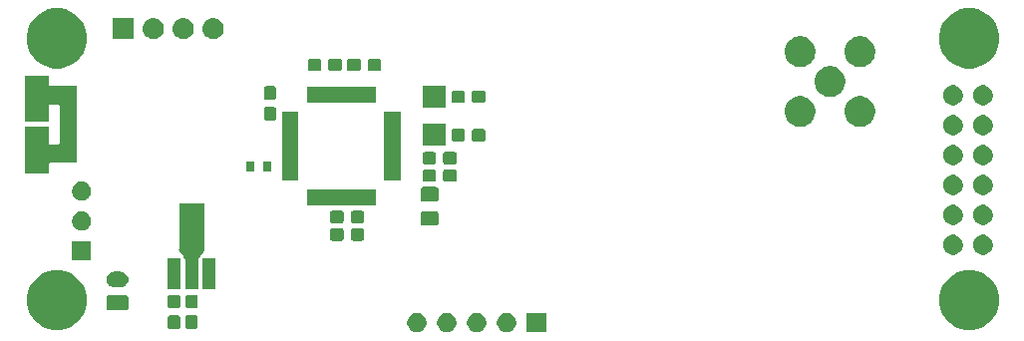
<source format=gbs>
G04 #@! TF.GenerationSoftware,KiCad,Pcbnew,6.0.0-rc1-unknown-ad9916a~66~ubuntu18.04.1*
G04 #@! TF.CreationDate,2018-11-28T19:20:37-03:00*
G04 #@! TF.ProjectId,Femtosat,46656d74-6f73-4617-942e-6b696361645f,rev?*
G04 #@! TF.SameCoordinates,Original*
G04 #@! TF.FileFunction,Soldermask,Bot*
G04 #@! TF.FilePolarity,Negative*
%FSLAX46Y46*%
G04 Gerber Fmt 4.6, Leading zero omitted, Abs format (unit mm)*
G04 Created by KiCad (PCBNEW 6.0.0-rc1-unknown-ad9916a~66~ubuntu18.04.1) date mié 28 nov 2018 19:20:37 -03*
%MOMM*%
%LPD*%
G01*
G04 APERTURE LIST*
%ADD10C,0.100000*%
G04 APERTURE END LIST*
D10*
G36*
X145893000Y-81243000D02*
X144267000Y-81243000D01*
X144267000Y-79617000D01*
X145893000Y-79617000D01*
X145893000Y-81243000D01*
X145893000Y-81243000D01*
G37*
G36*
X142777142Y-79648242D02*
X142925102Y-79709530D01*
X142945788Y-79723352D01*
X143058257Y-79798501D01*
X143171499Y-79911743D01*
X143179025Y-79923007D01*
X143260470Y-80044898D01*
X143321758Y-80192858D01*
X143353000Y-80349925D01*
X143353000Y-80510075D01*
X143321758Y-80667142D01*
X143260470Y-80815102D01*
X143247766Y-80834115D01*
X143171499Y-80948257D01*
X143058257Y-81061499D01*
X142992130Y-81105683D01*
X142925102Y-81150470D01*
X142777142Y-81211758D01*
X142620075Y-81243000D01*
X142459925Y-81243000D01*
X142302858Y-81211758D01*
X142154898Y-81150470D01*
X142087870Y-81105683D01*
X142021743Y-81061499D01*
X141908501Y-80948257D01*
X141832234Y-80834115D01*
X141819530Y-80815102D01*
X141758242Y-80667142D01*
X141727000Y-80510075D01*
X141727000Y-80349925D01*
X141758242Y-80192858D01*
X141819530Y-80044898D01*
X141900975Y-79923007D01*
X141908501Y-79911743D01*
X142021743Y-79798501D01*
X142134212Y-79723352D01*
X142154898Y-79709530D01*
X142302858Y-79648242D01*
X142459925Y-79617000D01*
X142620075Y-79617000D01*
X142777142Y-79648242D01*
X142777142Y-79648242D01*
G37*
G36*
X135157142Y-79648242D02*
X135305102Y-79709530D01*
X135325788Y-79723352D01*
X135438257Y-79798501D01*
X135551499Y-79911743D01*
X135559025Y-79923007D01*
X135640470Y-80044898D01*
X135701758Y-80192858D01*
X135733000Y-80349925D01*
X135733000Y-80510075D01*
X135701758Y-80667142D01*
X135640470Y-80815102D01*
X135627766Y-80834115D01*
X135551499Y-80948257D01*
X135438257Y-81061499D01*
X135372130Y-81105683D01*
X135305102Y-81150470D01*
X135157142Y-81211758D01*
X135000075Y-81243000D01*
X134839925Y-81243000D01*
X134682858Y-81211758D01*
X134534898Y-81150470D01*
X134467870Y-81105683D01*
X134401743Y-81061499D01*
X134288501Y-80948257D01*
X134212234Y-80834115D01*
X134199530Y-80815102D01*
X134138242Y-80667142D01*
X134107000Y-80510075D01*
X134107000Y-80349925D01*
X134138242Y-80192858D01*
X134199530Y-80044898D01*
X134280975Y-79923007D01*
X134288501Y-79911743D01*
X134401743Y-79798501D01*
X134514212Y-79723352D01*
X134534898Y-79709530D01*
X134682858Y-79648242D01*
X134839925Y-79617000D01*
X135000075Y-79617000D01*
X135157142Y-79648242D01*
X135157142Y-79648242D01*
G37*
G36*
X140237142Y-79648242D02*
X140385102Y-79709530D01*
X140405788Y-79723352D01*
X140518257Y-79798501D01*
X140631499Y-79911743D01*
X140639025Y-79923007D01*
X140720470Y-80044898D01*
X140781758Y-80192858D01*
X140813000Y-80349925D01*
X140813000Y-80510075D01*
X140781758Y-80667142D01*
X140720470Y-80815102D01*
X140707766Y-80834115D01*
X140631499Y-80948257D01*
X140518257Y-81061499D01*
X140452130Y-81105683D01*
X140385102Y-81150470D01*
X140237142Y-81211758D01*
X140080075Y-81243000D01*
X139919925Y-81243000D01*
X139762858Y-81211758D01*
X139614898Y-81150470D01*
X139547870Y-81105683D01*
X139481743Y-81061499D01*
X139368501Y-80948257D01*
X139292234Y-80834115D01*
X139279530Y-80815102D01*
X139218242Y-80667142D01*
X139187000Y-80510075D01*
X139187000Y-80349925D01*
X139218242Y-80192858D01*
X139279530Y-80044898D01*
X139360975Y-79923007D01*
X139368501Y-79911743D01*
X139481743Y-79798501D01*
X139594212Y-79723352D01*
X139614898Y-79709530D01*
X139762858Y-79648242D01*
X139919925Y-79617000D01*
X140080075Y-79617000D01*
X140237142Y-79648242D01*
X140237142Y-79648242D01*
G37*
G36*
X137697142Y-79648242D02*
X137845102Y-79709530D01*
X137865788Y-79723352D01*
X137978257Y-79798501D01*
X138091499Y-79911743D01*
X138099025Y-79923007D01*
X138180470Y-80044898D01*
X138241758Y-80192858D01*
X138273000Y-80349925D01*
X138273000Y-80510075D01*
X138241758Y-80667142D01*
X138180470Y-80815102D01*
X138167766Y-80834115D01*
X138091499Y-80948257D01*
X137978257Y-81061499D01*
X137912130Y-81105683D01*
X137845102Y-81150470D01*
X137697142Y-81211758D01*
X137540075Y-81243000D01*
X137379925Y-81243000D01*
X137222858Y-81211758D01*
X137074898Y-81150470D01*
X137007870Y-81105683D01*
X136941743Y-81061499D01*
X136828501Y-80948257D01*
X136752234Y-80834115D01*
X136739530Y-80815102D01*
X136678242Y-80667142D01*
X136647000Y-80510075D01*
X136647000Y-80349925D01*
X136678242Y-80192858D01*
X136739530Y-80044898D01*
X136820975Y-79923007D01*
X136828501Y-79911743D01*
X136941743Y-79798501D01*
X137054212Y-79723352D01*
X137074898Y-79709530D01*
X137222858Y-79648242D01*
X137379925Y-79617000D01*
X137540075Y-79617000D01*
X137697142Y-79648242D01*
X137697142Y-79648242D01*
G37*
G36*
X105104096Y-76062033D02*
X105104098Y-76062034D01*
X105104099Y-76062034D01*
X105568352Y-76254333D01*
X105766264Y-76386574D01*
X105986171Y-76533511D01*
X106341489Y-76888829D01*
X106341491Y-76888832D01*
X106620667Y-77306648D01*
X106812966Y-77770901D01*
X106812967Y-77770904D01*
X106911000Y-78263747D01*
X106911000Y-78766253D01*
X106818048Y-79233553D01*
X106812966Y-79259099D01*
X106620667Y-79723352D01*
X106405815Y-80044900D01*
X106341489Y-80141171D01*
X105986171Y-80496489D01*
X105986168Y-80496491D01*
X105568352Y-80775667D01*
X105104099Y-80967966D01*
X105104098Y-80967966D01*
X105104096Y-80967967D01*
X104611253Y-81066000D01*
X104108747Y-81066000D01*
X103615904Y-80967967D01*
X103615902Y-80967966D01*
X103615901Y-80967966D01*
X103151648Y-80775667D01*
X102733832Y-80496491D01*
X102733829Y-80496489D01*
X102378511Y-80141171D01*
X102314185Y-80044900D01*
X102099333Y-79723352D01*
X101907034Y-79259099D01*
X101901953Y-79233553D01*
X101809000Y-78766253D01*
X101809000Y-78263747D01*
X101907033Y-77770904D01*
X101907034Y-77770901D01*
X102099333Y-77306648D01*
X102378509Y-76888832D01*
X102378511Y-76888829D01*
X102733829Y-76533511D01*
X102953736Y-76386574D01*
X103151648Y-76254333D01*
X103615901Y-76062034D01*
X103615902Y-76062034D01*
X103615904Y-76062033D01*
X104108747Y-75964000D01*
X104611253Y-75964000D01*
X105104096Y-76062033D01*
X105104096Y-76062033D01*
G37*
G36*
X182584096Y-76062033D02*
X182584098Y-76062034D01*
X182584099Y-76062034D01*
X183048352Y-76254333D01*
X183246264Y-76386574D01*
X183466171Y-76533511D01*
X183821489Y-76888829D01*
X183821491Y-76888832D01*
X184100667Y-77306648D01*
X184292966Y-77770901D01*
X184292967Y-77770904D01*
X184391000Y-78263747D01*
X184391000Y-78766253D01*
X184298048Y-79233553D01*
X184292966Y-79259099D01*
X184100667Y-79723352D01*
X183885815Y-80044900D01*
X183821489Y-80141171D01*
X183466171Y-80496489D01*
X183466168Y-80496491D01*
X183048352Y-80775667D01*
X182584099Y-80967966D01*
X182584098Y-80967966D01*
X182584096Y-80967967D01*
X182091253Y-81066000D01*
X181588747Y-81066000D01*
X181095904Y-80967967D01*
X181095902Y-80967966D01*
X181095901Y-80967966D01*
X180631648Y-80775667D01*
X180213832Y-80496491D01*
X180213829Y-80496489D01*
X179858511Y-80141171D01*
X179794185Y-80044900D01*
X179579333Y-79723352D01*
X179387034Y-79259099D01*
X179381953Y-79233553D01*
X179289000Y-78766253D01*
X179289000Y-78263747D01*
X179387033Y-77770904D01*
X179387034Y-77770901D01*
X179579333Y-77306648D01*
X179858509Y-76888832D01*
X179858511Y-76888829D01*
X180213829Y-76533511D01*
X180433736Y-76386574D01*
X180631648Y-76254333D01*
X181095901Y-76062034D01*
X181095902Y-76062034D01*
X181095904Y-76062033D01*
X181588747Y-75964000D01*
X182091253Y-75964000D01*
X182584096Y-76062033D01*
X182584096Y-76062033D01*
G37*
G36*
X114664499Y-79803445D02*
X114701993Y-79814819D01*
X114736557Y-79833294D01*
X114766847Y-79858153D01*
X114791706Y-79888443D01*
X114810181Y-79923007D01*
X114821555Y-79960501D01*
X114826000Y-80005638D01*
X114826000Y-80744362D01*
X114821555Y-80789499D01*
X114810181Y-80826993D01*
X114791706Y-80861557D01*
X114766847Y-80891847D01*
X114736557Y-80916706D01*
X114701993Y-80935181D01*
X114664499Y-80946555D01*
X114619362Y-80951000D01*
X113980638Y-80951000D01*
X113935501Y-80946555D01*
X113898007Y-80935181D01*
X113863443Y-80916706D01*
X113833153Y-80891847D01*
X113808294Y-80861557D01*
X113789819Y-80826993D01*
X113778445Y-80789499D01*
X113774000Y-80744362D01*
X113774000Y-80005638D01*
X113778445Y-79960501D01*
X113789819Y-79923007D01*
X113808294Y-79888443D01*
X113833153Y-79858153D01*
X113863443Y-79833294D01*
X113898007Y-79814819D01*
X113935501Y-79803445D01*
X113980638Y-79799000D01*
X114619362Y-79799000D01*
X114664499Y-79803445D01*
X114664499Y-79803445D01*
G37*
G36*
X116164499Y-79803445D02*
X116201993Y-79814819D01*
X116236557Y-79833294D01*
X116266847Y-79858153D01*
X116291706Y-79888443D01*
X116310181Y-79923007D01*
X116321555Y-79960501D01*
X116326000Y-80005638D01*
X116326000Y-80744362D01*
X116321555Y-80789499D01*
X116310181Y-80826993D01*
X116291706Y-80861557D01*
X116266847Y-80891847D01*
X116236557Y-80916706D01*
X116201993Y-80935181D01*
X116164499Y-80946555D01*
X116119362Y-80951000D01*
X115480638Y-80951000D01*
X115435501Y-80946555D01*
X115398007Y-80935181D01*
X115363443Y-80916706D01*
X115333153Y-80891847D01*
X115308294Y-80861557D01*
X115289819Y-80826993D01*
X115278445Y-80789499D01*
X115274000Y-80744362D01*
X115274000Y-80005638D01*
X115278445Y-79960501D01*
X115289819Y-79923007D01*
X115308294Y-79888443D01*
X115333153Y-79858153D01*
X115363443Y-79833294D01*
X115398007Y-79814819D01*
X115435501Y-79803445D01*
X115480638Y-79799000D01*
X116119362Y-79799000D01*
X116164499Y-79803445D01*
X116164499Y-79803445D01*
G37*
G36*
X110266242Y-78103404D02*
X110303339Y-78114657D01*
X110337520Y-78132927D01*
X110367482Y-78157518D01*
X110392073Y-78187480D01*
X110410343Y-78221661D01*
X110421596Y-78258758D01*
X110426000Y-78303473D01*
X110426000Y-79196527D01*
X110421596Y-79241242D01*
X110410343Y-79278339D01*
X110392073Y-79312520D01*
X110367482Y-79342482D01*
X110337520Y-79367073D01*
X110303339Y-79385343D01*
X110266242Y-79396596D01*
X110221527Y-79401000D01*
X108778473Y-79401000D01*
X108733758Y-79396596D01*
X108696661Y-79385343D01*
X108662480Y-79367073D01*
X108632518Y-79342482D01*
X108607927Y-79312520D01*
X108589657Y-79278339D01*
X108578404Y-79241242D01*
X108574000Y-79196527D01*
X108574000Y-78303473D01*
X108578404Y-78258758D01*
X108589657Y-78221661D01*
X108607927Y-78187480D01*
X108632518Y-78157518D01*
X108662480Y-78132927D01*
X108696661Y-78114657D01*
X108733758Y-78103404D01*
X108778473Y-78099000D01*
X110221527Y-78099000D01*
X110266242Y-78103404D01*
X110266242Y-78103404D01*
G37*
G36*
X114664499Y-78053445D02*
X114701993Y-78064819D01*
X114736557Y-78083294D01*
X114766847Y-78108153D01*
X114791706Y-78138443D01*
X114810181Y-78173007D01*
X114821555Y-78210501D01*
X114826000Y-78255638D01*
X114826000Y-78994362D01*
X114821555Y-79039499D01*
X114810181Y-79076993D01*
X114791706Y-79111557D01*
X114766847Y-79141847D01*
X114736557Y-79166706D01*
X114701993Y-79185181D01*
X114664499Y-79196555D01*
X114619362Y-79201000D01*
X113980638Y-79201000D01*
X113935501Y-79196555D01*
X113898007Y-79185181D01*
X113863443Y-79166706D01*
X113833153Y-79141847D01*
X113808294Y-79111557D01*
X113789819Y-79076993D01*
X113778445Y-79039499D01*
X113774000Y-78994362D01*
X113774000Y-78255638D01*
X113778445Y-78210501D01*
X113789819Y-78173007D01*
X113808294Y-78138443D01*
X113833153Y-78108153D01*
X113863443Y-78083294D01*
X113898007Y-78064819D01*
X113935501Y-78053445D01*
X113980638Y-78049000D01*
X114619362Y-78049000D01*
X114664499Y-78053445D01*
X114664499Y-78053445D01*
G37*
G36*
X116164499Y-78053445D02*
X116201993Y-78064819D01*
X116236557Y-78083294D01*
X116266847Y-78108153D01*
X116291706Y-78138443D01*
X116310181Y-78173007D01*
X116321555Y-78210501D01*
X116326000Y-78255638D01*
X116326000Y-78994362D01*
X116321555Y-79039499D01*
X116310181Y-79076993D01*
X116291706Y-79111557D01*
X116266847Y-79141847D01*
X116236557Y-79166706D01*
X116201993Y-79185181D01*
X116164499Y-79196555D01*
X116119362Y-79201000D01*
X115480638Y-79201000D01*
X115435501Y-79196555D01*
X115398007Y-79185181D01*
X115363443Y-79166706D01*
X115333153Y-79141847D01*
X115308294Y-79111557D01*
X115289819Y-79076993D01*
X115278445Y-79039499D01*
X115274000Y-78994362D01*
X115274000Y-78255638D01*
X115278445Y-78210501D01*
X115289819Y-78173007D01*
X115308294Y-78138443D01*
X115333153Y-78108153D01*
X115363443Y-78083294D01*
X115398007Y-78064819D01*
X115435501Y-78053445D01*
X115480638Y-78049000D01*
X116119362Y-78049000D01*
X116164499Y-78053445D01*
X116164499Y-78053445D01*
G37*
G36*
X114851000Y-77581000D02*
X113749000Y-77581000D01*
X113749000Y-74979000D01*
X114851000Y-74979000D01*
X114851000Y-77581000D01*
X114851000Y-77581000D01*
G37*
G36*
X117851000Y-77581000D02*
X116749000Y-77581000D01*
X116749000Y-74979000D01*
X117851000Y-74979000D01*
X117851000Y-77581000D01*
X117851000Y-77581000D01*
G37*
G36*
X116851000Y-74119000D02*
X116853402Y-74143386D01*
X116860515Y-74166835D01*
X116872066Y-74188446D01*
X116887612Y-74207388D01*
X116906554Y-74222934D01*
X116908608Y-74224032D01*
X116871994Y-74278952D01*
X116860465Y-74300575D01*
X116853376Y-74324031D01*
X116851000Y-74348289D01*
X116851000Y-74374051D01*
X116829691Y-74380515D01*
X116808080Y-74392066D01*
X116789138Y-74407612D01*
X116773520Y-74426662D01*
X116534853Y-74784662D01*
X116528502Y-74796573D01*
X116519994Y-74806951D01*
X116371994Y-75028951D01*
X116360465Y-75050574D01*
X116353376Y-75074031D01*
X116351000Y-75098289D01*
X116351000Y-77581000D01*
X115249000Y-77581000D01*
X115249000Y-75098289D01*
X115246598Y-75073903D01*
X115239485Y-75050454D01*
X115228006Y-75028951D01*
X115080006Y-74806951D01*
X115071502Y-74796567D01*
X115065147Y-74784662D01*
X114826480Y-74426662D01*
X114810955Y-74407704D01*
X114792029Y-74392139D01*
X114770430Y-74380565D01*
X114749000Y-74374040D01*
X114749000Y-74348289D01*
X114746598Y-74323903D01*
X114739485Y-74300454D01*
X114728006Y-74278952D01*
X114691392Y-74224032D01*
X114693446Y-74222934D01*
X114712388Y-74207388D01*
X114727934Y-74188446D01*
X114739485Y-74166835D01*
X114746598Y-74143386D01*
X114749000Y-74119000D01*
X114749000Y-70269000D01*
X116851000Y-70269000D01*
X116851000Y-74119000D01*
X116851000Y-74119000D01*
G37*
G36*
X109838855Y-76102140D02*
X109902618Y-76108420D01*
X109984427Y-76133237D01*
X110025333Y-76145645D01*
X110125491Y-76199181D01*
X110138426Y-76206095D01*
X110237553Y-76287447D01*
X110318905Y-76386574D01*
X110318906Y-76386576D01*
X110379355Y-76499667D01*
X110379355Y-76499668D01*
X110416580Y-76622382D01*
X110429149Y-76750000D01*
X110416580Y-76877618D01*
X110413179Y-76888829D01*
X110379355Y-77000333D01*
X110325819Y-77100491D01*
X110318905Y-77113426D01*
X110237553Y-77212553D01*
X110138426Y-77293905D01*
X110138424Y-77293906D01*
X110025333Y-77354355D01*
X109984427Y-77366763D01*
X109902618Y-77391580D01*
X109838855Y-77397860D01*
X109806974Y-77401000D01*
X109193026Y-77401000D01*
X109161145Y-77397860D01*
X109097382Y-77391580D01*
X109015573Y-77366763D01*
X108974667Y-77354355D01*
X108861576Y-77293906D01*
X108861574Y-77293905D01*
X108762447Y-77212553D01*
X108681095Y-77113426D01*
X108674181Y-77100491D01*
X108620645Y-77000333D01*
X108586821Y-76888829D01*
X108583420Y-76877618D01*
X108570851Y-76750000D01*
X108583420Y-76622382D01*
X108620645Y-76499668D01*
X108620645Y-76499667D01*
X108681094Y-76386576D01*
X108681095Y-76386574D01*
X108762447Y-76287447D01*
X108861574Y-76206095D01*
X108874509Y-76199181D01*
X108974667Y-76145645D01*
X109015573Y-76133237D01*
X109097382Y-76108420D01*
X109161145Y-76102140D01*
X109193026Y-76099000D01*
X109806974Y-76099000D01*
X109838855Y-76102140D01*
X109838855Y-76102140D01*
G37*
G36*
X107263000Y-75153000D02*
X105637000Y-75153000D01*
X105637000Y-73527000D01*
X107263000Y-73527000D01*
X107263000Y-75153000D01*
X107263000Y-75153000D01*
G37*
G36*
X180688228Y-72996703D02*
X180843100Y-73060853D01*
X180982481Y-73153985D01*
X181101015Y-73272519D01*
X181194147Y-73411900D01*
X181258297Y-73566772D01*
X181291000Y-73731184D01*
X181291000Y-73898816D01*
X181258297Y-74063228D01*
X181194147Y-74218100D01*
X181101015Y-74357481D01*
X180982481Y-74476015D01*
X180843100Y-74569147D01*
X180688228Y-74633297D01*
X180523816Y-74666000D01*
X180356184Y-74666000D01*
X180191772Y-74633297D01*
X180036900Y-74569147D01*
X179897519Y-74476015D01*
X179778985Y-74357481D01*
X179685853Y-74218100D01*
X179621703Y-74063228D01*
X179589000Y-73898816D01*
X179589000Y-73731184D01*
X179621703Y-73566772D01*
X179685853Y-73411900D01*
X179778985Y-73272519D01*
X179897519Y-73153985D01*
X180036900Y-73060853D01*
X180191772Y-72996703D01*
X180356184Y-72964000D01*
X180523816Y-72964000D01*
X180688228Y-72996703D01*
X180688228Y-72996703D01*
G37*
G36*
X183228228Y-72996703D02*
X183383100Y-73060853D01*
X183522481Y-73153985D01*
X183641015Y-73272519D01*
X183734147Y-73411900D01*
X183798297Y-73566772D01*
X183831000Y-73731184D01*
X183831000Y-73898816D01*
X183798297Y-74063228D01*
X183734147Y-74218100D01*
X183641015Y-74357481D01*
X183522481Y-74476015D01*
X183383100Y-74569147D01*
X183228228Y-74633297D01*
X183063816Y-74666000D01*
X182896184Y-74666000D01*
X182731772Y-74633297D01*
X182576900Y-74569147D01*
X182437519Y-74476015D01*
X182318985Y-74357481D01*
X182225853Y-74218100D01*
X182161703Y-74063228D01*
X182129000Y-73898816D01*
X182129000Y-73731184D01*
X182161703Y-73566772D01*
X182225853Y-73411900D01*
X182318985Y-73272519D01*
X182437519Y-73153985D01*
X182576900Y-73060853D01*
X182731772Y-72996703D01*
X182896184Y-72964000D01*
X183063816Y-72964000D01*
X183228228Y-72996703D01*
X183228228Y-72996703D01*
G37*
G36*
X128539499Y-72428445D02*
X128576993Y-72439819D01*
X128611557Y-72458294D01*
X128641847Y-72483153D01*
X128666706Y-72513443D01*
X128685181Y-72548007D01*
X128696555Y-72585501D01*
X128701000Y-72630638D01*
X128701000Y-73269362D01*
X128696555Y-73314499D01*
X128685181Y-73351993D01*
X128666706Y-73386557D01*
X128641847Y-73416847D01*
X128611557Y-73441706D01*
X128576993Y-73460181D01*
X128539499Y-73471555D01*
X128494362Y-73476000D01*
X127755638Y-73476000D01*
X127710501Y-73471555D01*
X127673007Y-73460181D01*
X127638443Y-73441706D01*
X127608153Y-73416847D01*
X127583294Y-73386557D01*
X127564819Y-73351993D01*
X127553445Y-73314499D01*
X127549000Y-73269362D01*
X127549000Y-72630638D01*
X127553445Y-72585501D01*
X127564819Y-72548007D01*
X127583294Y-72513443D01*
X127608153Y-72483153D01*
X127638443Y-72458294D01*
X127673007Y-72439819D01*
X127710501Y-72428445D01*
X127755638Y-72424000D01*
X128494362Y-72424000D01*
X128539499Y-72428445D01*
X128539499Y-72428445D01*
G37*
G36*
X130289499Y-72428445D02*
X130326993Y-72439819D01*
X130361557Y-72458294D01*
X130391847Y-72483153D01*
X130416706Y-72513443D01*
X130435181Y-72548007D01*
X130446555Y-72585501D01*
X130451000Y-72630638D01*
X130451000Y-73269362D01*
X130446555Y-73314499D01*
X130435181Y-73351993D01*
X130416706Y-73386557D01*
X130391847Y-73416847D01*
X130361557Y-73441706D01*
X130326993Y-73460181D01*
X130289499Y-73471555D01*
X130244362Y-73476000D01*
X129505638Y-73476000D01*
X129460501Y-73471555D01*
X129423007Y-73460181D01*
X129388443Y-73441706D01*
X129358153Y-73416847D01*
X129333294Y-73386557D01*
X129314819Y-73351993D01*
X129303445Y-73314499D01*
X129299000Y-73269362D01*
X129299000Y-72630638D01*
X129303445Y-72585501D01*
X129314819Y-72548007D01*
X129333294Y-72513443D01*
X129358153Y-72483153D01*
X129388443Y-72458294D01*
X129423007Y-72439819D01*
X129460501Y-72428445D01*
X129505638Y-72424000D01*
X130244362Y-72424000D01*
X130289499Y-72428445D01*
X130289499Y-72428445D01*
G37*
G36*
X106687142Y-71018242D02*
X106835102Y-71079530D01*
X106968258Y-71168502D01*
X107081498Y-71281742D01*
X107170470Y-71414898D01*
X107231758Y-71562858D01*
X107263000Y-71719925D01*
X107263000Y-71880075D01*
X107231758Y-72037142D01*
X107170470Y-72185102D01*
X107159847Y-72201000D01*
X107081499Y-72318257D01*
X106968257Y-72431499D01*
X106902130Y-72475683D01*
X106835102Y-72520470D01*
X106687142Y-72581758D01*
X106530075Y-72613000D01*
X106369925Y-72613000D01*
X106212858Y-72581758D01*
X106064898Y-72520470D01*
X105997870Y-72475683D01*
X105931743Y-72431499D01*
X105818501Y-72318257D01*
X105740153Y-72201000D01*
X105729530Y-72185102D01*
X105668242Y-72037142D01*
X105637000Y-71880075D01*
X105637000Y-71719925D01*
X105668242Y-71562858D01*
X105729530Y-71414898D01*
X105818502Y-71281742D01*
X105931742Y-71168502D01*
X106064898Y-71079530D01*
X106212858Y-71018242D01*
X106369925Y-70987000D01*
X106530075Y-70987000D01*
X106687142Y-71018242D01*
X106687142Y-71018242D01*
G37*
G36*
X136588677Y-70953465D02*
X136626364Y-70964898D01*
X136661103Y-70983466D01*
X136691548Y-71008452D01*
X136716534Y-71038897D01*
X136735102Y-71073636D01*
X136746535Y-71111323D01*
X136751000Y-71156661D01*
X136751000Y-71993339D01*
X136746535Y-72038677D01*
X136735102Y-72076364D01*
X136716534Y-72111103D01*
X136691548Y-72141548D01*
X136661103Y-72166534D01*
X136626364Y-72185102D01*
X136588677Y-72196535D01*
X136543339Y-72201000D01*
X135456661Y-72201000D01*
X135411323Y-72196535D01*
X135373636Y-72185102D01*
X135338897Y-72166534D01*
X135308452Y-72141548D01*
X135283466Y-72111103D01*
X135264898Y-72076364D01*
X135253465Y-72038677D01*
X135249000Y-71993339D01*
X135249000Y-71156661D01*
X135253465Y-71111323D01*
X135264898Y-71073636D01*
X135283466Y-71038897D01*
X135308452Y-71008452D01*
X135338897Y-70983466D01*
X135373636Y-70964898D01*
X135411323Y-70953465D01*
X135456661Y-70949000D01*
X136543339Y-70949000D01*
X136588677Y-70953465D01*
X136588677Y-70953465D01*
G37*
G36*
X183228228Y-70456703D02*
X183383100Y-70520853D01*
X183522481Y-70613985D01*
X183641015Y-70732519D01*
X183734147Y-70871900D01*
X183798297Y-71026772D01*
X183831000Y-71191184D01*
X183831000Y-71358816D01*
X183798297Y-71523228D01*
X183734147Y-71678100D01*
X183641015Y-71817481D01*
X183522481Y-71936015D01*
X183383100Y-72029147D01*
X183228228Y-72093297D01*
X183063816Y-72126000D01*
X182896184Y-72126000D01*
X182731772Y-72093297D01*
X182576900Y-72029147D01*
X182437519Y-71936015D01*
X182318985Y-71817481D01*
X182225853Y-71678100D01*
X182161703Y-71523228D01*
X182129000Y-71358816D01*
X182129000Y-71191184D01*
X182161703Y-71026772D01*
X182225853Y-70871900D01*
X182318985Y-70732519D01*
X182437519Y-70613985D01*
X182576900Y-70520853D01*
X182731772Y-70456703D01*
X182896184Y-70424000D01*
X183063816Y-70424000D01*
X183228228Y-70456703D01*
X183228228Y-70456703D01*
G37*
G36*
X180688228Y-70456703D02*
X180843100Y-70520853D01*
X180982481Y-70613985D01*
X181101015Y-70732519D01*
X181194147Y-70871900D01*
X181258297Y-71026772D01*
X181291000Y-71191184D01*
X181291000Y-71358816D01*
X181258297Y-71523228D01*
X181194147Y-71678100D01*
X181101015Y-71817481D01*
X180982481Y-71936015D01*
X180843100Y-72029147D01*
X180688228Y-72093297D01*
X180523816Y-72126000D01*
X180356184Y-72126000D01*
X180191772Y-72093297D01*
X180036900Y-72029147D01*
X179897519Y-71936015D01*
X179778985Y-71817481D01*
X179685853Y-71678100D01*
X179621703Y-71523228D01*
X179589000Y-71358816D01*
X179589000Y-71191184D01*
X179621703Y-71026772D01*
X179685853Y-70871900D01*
X179778985Y-70732519D01*
X179897519Y-70613985D01*
X180036900Y-70520853D01*
X180191772Y-70456703D01*
X180356184Y-70424000D01*
X180523816Y-70424000D01*
X180688228Y-70456703D01*
X180688228Y-70456703D01*
G37*
G36*
X128539499Y-70928445D02*
X128576993Y-70939819D01*
X128611557Y-70958294D01*
X128641847Y-70983153D01*
X128666706Y-71013443D01*
X128685181Y-71048007D01*
X128696555Y-71085501D01*
X128701000Y-71130638D01*
X128701000Y-71769362D01*
X128696555Y-71814499D01*
X128685181Y-71851993D01*
X128666706Y-71886557D01*
X128641847Y-71916847D01*
X128611557Y-71941706D01*
X128576993Y-71960181D01*
X128539499Y-71971555D01*
X128494362Y-71976000D01*
X127755638Y-71976000D01*
X127710501Y-71971555D01*
X127673007Y-71960181D01*
X127638443Y-71941706D01*
X127608153Y-71916847D01*
X127583294Y-71886557D01*
X127564819Y-71851993D01*
X127553445Y-71814499D01*
X127549000Y-71769362D01*
X127549000Y-71130638D01*
X127553445Y-71085501D01*
X127564819Y-71048007D01*
X127583294Y-71013443D01*
X127608153Y-70983153D01*
X127638443Y-70958294D01*
X127673007Y-70939819D01*
X127710501Y-70928445D01*
X127755638Y-70924000D01*
X128494362Y-70924000D01*
X128539499Y-70928445D01*
X128539499Y-70928445D01*
G37*
G36*
X130289499Y-70928445D02*
X130326993Y-70939819D01*
X130361557Y-70958294D01*
X130391847Y-70983153D01*
X130416706Y-71013443D01*
X130435181Y-71048007D01*
X130446555Y-71085501D01*
X130451000Y-71130638D01*
X130451000Y-71769362D01*
X130446555Y-71814499D01*
X130435181Y-71851993D01*
X130416706Y-71886557D01*
X130391847Y-71916847D01*
X130361557Y-71941706D01*
X130326993Y-71960181D01*
X130289499Y-71971555D01*
X130244362Y-71976000D01*
X129505638Y-71976000D01*
X129460501Y-71971555D01*
X129423007Y-71960181D01*
X129388443Y-71941706D01*
X129358153Y-71916847D01*
X129333294Y-71886557D01*
X129314819Y-71851993D01*
X129303445Y-71814499D01*
X129299000Y-71769362D01*
X129299000Y-71130638D01*
X129303445Y-71085501D01*
X129314819Y-71048007D01*
X129333294Y-71013443D01*
X129358153Y-70983153D01*
X129388443Y-70958294D01*
X129423007Y-70939819D01*
X129460501Y-70928445D01*
X129505638Y-70924000D01*
X130244362Y-70924000D01*
X130289499Y-70928445D01*
X130289499Y-70928445D01*
G37*
G36*
X131426000Y-70476000D02*
X125574000Y-70476000D01*
X125574000Y-69074000D01*
X131426000Y-69074000D01*
X131426000Y-70476000D01*
X131426000Y-70476000D01*
G37*
G36*
X136588677Y-68903465D02*
X136626364Y-68914898D01*
X136661103Y-68933466D01*
X136691548Y-68958452D01*
X136716534Y-68988897D01*
X136735102Y-69023636D01*
X136746535Y-69061323D01*
X136751000Y-69106661D01*
X136751000Y-69943339D01*
X136746535Y-69988677D01*
X136735102Y-70026364D01*
X136716534Y-70061103D01*
X136691548Y-70091548D01*
X136661103Y-70116534D01*
X136626364Y-70135102D01*
X136588677Y-70146535D01*
X136543339Y-70151000D01*
X135456661Y-70151000D01*
X135411323Y-70146535D01*
X135373636Y-70135102D01*
X135338897Y-70116534D01*
X135308452Y-70091548D01*
X135283466Y-70061103D01*
X135264898Y-70026364D01*
X135253465Y-69988677D01*
X135249000Y-69943339D01*
X135249000Y-69106661D01*
X135253465Y-69061323D01*
X135264898Y-69023636D01*
X135283466Y-68988897D01*
X135308452Y-68958452D01*
X135338897Y-68933466D01*
X135373636Y-68914898D01*
X135411323Y-68903465D01*
X135456661Y-68899000D01*
X136543339Y-68899000D01*
X136588677Y-68903465D01*
X136588677Y-68903465D01*
G37*
G36*
X106687142Y-68478242D02*
X106835102Y-68539530D01*
X106968258Y-68628502D01*
X107081498Y-68741742D01*
X107170470Y-68874898D01*
X107231758Y-69022858D01*
X107263000Y-69179925D01*
X107263000Y-69340075D01*
X107231758Y-69497142D01*
X107170470Y-69645102D01*
X107081498Y-69778258D01*
X106968258Y-69891498D01*
X106835102Y-69980470D01*
X106835101Y-69980471D01*
X106835100Y-69980471D01*
X106815289Y-69988677D01*
X106687142Y-70041758D01*
X106530075Y-70073000D01*
X106369925Y-70073000D01*
X106212858Y-70041758D01*
X106084711Y-69988677D01*
X106064900Y-69980471D01*
X106064899Y-69980471D01*
X106064898Y-69980470D01*
X105931742Y-69891498D01*
X105818502Y-69778258D01*
X105729530Y-69645102D01*
X105668242Y-69497142D01*
X105637000Y-69340075D01*
X105637000Y-69179925D01*
X105668242Y-69022858D01*
X105729530Y-68874898D01*
X105818502Y-68741742D01*
X105931742Y-68628502D01*
X106064898Y-68539530D01*
X106212858Y-68478242D01*
X106369925Y-68447000D01*
X106530075Y-68447000D01*
X106687142Y-68478242D01*
X106687142Y-68478242D01*
G37*
G36*
X180688228Y-67916703D02*
X180843100Y-67980853D01*
X180982481Y-68073985D01*
X181101015Y-68192519D01*
X181194147Y-68331900D01*
X181258297Y-68486772D01*
X181291000Y-68651184D01*
X181291000Y-68818816D01*
X181258297Y-68983228D01*
X181194147Y-69138100D01*
X181101015Y-69277481D01*
X180982481Y-69396015D01*
X180843100Y-69489147D01*
X180688228Y-69553297D01*
X180523816Y-69586000D01*
X180356184Y-69586000D01*
X180191772Y-69553297D01*
X180036900Y-69489147D01*
X179897519Y-69396015D01*
X179778985Y-69277481D01*
X179685853Y-69138100D01*
X179621703Y-68983228D01*
X179589000Y-68818816D01*
X179589000Y-68651184D01*
X179621703Y-68486772D01*
X179685853Y-68331900D01*
X179778985Y-68192519D01*
X179897519Y-68073985D01*
X180036900Y-67980853D01*
X180191772Y-67916703D01*
X180356184Y-67884000D01*
X180523816Y-67884000D01*
X180688228Y-67916703D01*
X180688228Y-67916703D01*
G37*
G36*
X183228228Y-67916703D02*
X183383100Y-67980853D01*
X183522481Y-68073985D01*
X183641015Y-68192519D01*
X183734147Y-68331900D01*
X183798297Y-68486772D01*
X183831000Y-68651184D01*
X183831000Y-68818816D01*
X183798297Y-68983228D01*
X183734147Y-69138100D01*
X183641015Y-69277481D01*
X183522481Y-69396015D01*
X183383100Y-69489147D01*
X183228228Y-69553297D01*
X183063816Y-69586000D01*
X182896184Y-69586000D01*
X182731772Y-69553297D01*
X182576900Y-69489147D01*
X182437519Y-69396015D01*
X182318985Y-69277481D01*
X182225853Y-69138100D01*
X182161703Y-68983228D01*
X182129000Y-68818816D01*
X182129000Y-68651184D01*
X182161703Y-68486772D01*
X182225853Y-68331900D01*
X182318985Y-68192519D01*
X182437519Y-68073985D01*
X182576900Y-67980853D01*
X182731772Y-67916703D01*
X182896184Y-67884000D01*
X183063816Y-67884000D01*
X183228228Y-67916703D01*
X183228228Y-67916703D01*
G37*
G36*
X138139499Y-67428445D02*
X138176993Y-67439819D01*
X138211557Y-67458294D01*
X138241847Y-67483153D01*
X138266706Y-67513443D01*
X138285181Y-67548007D01*
X138296555Y-67585501D01*
X138301000Y-67630638D01*
X138301000Y-68269362D01*
X138296555Y-68314499D01*
X138285181Y-68351993D01*
X138266706Y-68386557D01*
X138241847Y-68416847D01*
X138211557Y-68441706D01*
X138176993Y-68460181D01*
X138139499Y-68471555D01*
X138094362Y-68476000D01*
X137355638Y-68476000D01*
X137310501Y-68471555D01*
X137273007Y-68460181D01*
X137238443Y-68441706D01*
X137208153Y-68416847D01*
X137183294Y-68386557D01*
X137164819Y-68351993D01*
X137153445Y-68314499D01*
X137149000Y-68269362D01*
X137149000Y-67630638D01*
X137153445Y-67585501D01*
X137164819Y-67548007D01*
X137183294Y-67513443D01*
X137208153Y-67483153D01*
X137238443Y-67458294D01*
X137273007Y-67439819D01*
X137310501Y-67428445D01*
X137355638Y-67424000D01*
X138094362Y-67424000D01*
X138139499Y-67428445D01*
X138139499Y-67428445D01*
G37*
G36*
X136389499Y-67428445D02*
X136426993Y-67439819D01*
X136461557Y-67458294D01*
X136491847Y-67483153D01*
X136516706Y-67513443D01*
X136535181Y-67548007D01*
X136546555Y-67585501D01*
X136551000Y-67630638D01*
X136551000Y-68269362D01*
X136546555Y-68314499D01*
X136535181Y-68351993D01*
X136516706Y-68386557D01*
X136491847Y-68416847D01*
X136461557Y-68441706D01*
X136426993Y-68460181D01*
X136389499Y-68471555D01*
X136344362Y-68476000D01*
X135605638Y-68476000D01*
X135560501Y-68471555D01*
X135523007Y-68460181D01*
X135488443Y-68441706D01*
X135458153Y-68416847D01*
X135433294Y-68386557D01*
X135414819Y-68351993D01*
X135403445Y-68314499D01*
X135399000Y-68269362D01*
X135399000Y-67630638D01*
X135403445Y-67585501D01*
X135414819Y-67548007D01*
X135433294Y-67513443D01*
X135458153Y-67483153D01*
X135488443Y-67458294D01*
X135523007Y-67439819D01*
X135560501Y-67428445D01*
X135605638Y-67424000D01*
X136344362Y-67424000D01*
X136389499Y-67428445D01*
X136389499Y-67428445D01*
G37*
G36*
X124851000Y-68351000D02*
X123449000Y-68351000D01*
X123449000Y-62499000D01*
X124851000Y-62499000D01*
X124851000Y-68351000D01*
X124851000Y-68351000D01*
G37*
G36*
X133551000Y-68351000D02*
X132149000Y-68351000D01*
X132149000Y-62499000D01*
X133551000Y-62499000D01*
X133551000Y-68351000D01*
X133551000Y-68351000D01*
G37*
G36*
X103651000Y-60224000D02*
X103653402Y-60248386D01*
X103660515Y-60271835D01*
X103672066Y-60293446D01*
X103687612Y-60312388D01*
X103706554Y-60327934D01*
X103728165Y-60339485D01*
X103751614Y-60346598D01*
X103776000Y-60349000D01*
X106051000Y-60349000D01*
X106051000Y-66851000D01*
X103776000Y-66851000D01*
X103751614Y-66853402D01*
X103728165Y-66860515D01*
X103706554Y-66872066D01*
X103687612Y-66887612D01*
X103672066Y-66906554D01*
X103660515Y-66928165D01*
X103653402Y-66951614D01*
X103651000Y-66976000D01*
X103651000Y-67748500D01*
X101649000Y-67748500D01*
X101649000Y-63801500D01*
X103651000Y-63801500D01*
X103651000Y-65149000D01*
X103653402Y-65173386D01*
X103660515Y-65196835D01*
X103672066Y-65218446D01*
X103687612Y-65237388D01*
X103706554Y-65252934D01*
X103728165Y-65264485D01*
X103751614Y-65271598D01*
X103776000Y-65274000D01*
X104444000Y-65274000D01*
X104468386Y-65271598D01*
X104491835Y-65264485D01*
X104513446Y-65252934D01*
X104532388Y-65237388D01*
X104547934Y-65218446D01*
X104559485Y-65196835D01*
X104566598Y-65173386D01*
X104569000Y-65149000D01*
X104569000Y-62051000D01*
X104566598Y-62026614D01*
X104559485Y-62003165D01*
X104547934Y-61981554D01*
X104532388Y-61962612D01*
X104513446Y-61947066D01*
X104491835Y-61935515D01*
X104468386Y-61928402D01*
X104444000Y-61926000D01*
X103776000Y-61926000D01*
X103751614Y-61928402D01*
X103728165Y-61935515D01*
X103706554Y-61947066D01*
X103687612Y-61962612D01*
X103672066Y-61981554D01*
X103660515Y-62003165D01*
X103653402Y-62026614D01*
X103651000Y-62051000D01*
X103651000Y-63398500D01*
X101649000Y-63398500D01*
X101649000Y-59451500D01*
X103651000Y-59451500D01*
X103651000Y-60224000D01*
X103651000Y-60224000D01*
G37*
G36*
X122551000Y-67576000D02*
X121849000Y-67576000D01*
X121849000Y-66774000D01*
X122551000Y-66774000D01*
X122551000Y-67576000D01*
X122551000Y-67576000D01*
G37*
G36*
X121151000Y-67576000D02*
X120449000Y-67576000D01*
X120449000Y-66774000D01*
X121151000Y-66774000D01*
X121151000Y-67576000D01*
X121151000Y-67576000D01*
G37*
G36*
X180688228Y-65376703D02*
X180843100Y-65440853D01*
X180982481Y-65533985D01*
X181101015Y-65652519D01*
X181194147Y-65791900D01*
X181258297Y-65946772D01*
X181291000Y-66111184D01*
X181291000Y-66278816D01*
X181258297Y-66443228D01*
X181194147Y-66598100D01*
X181101015Y-66737481D01*
X180982481Y-66856015D01*
X180843100Y-66949147D01*
X180688228Y-67013297D01*
X180523816Y-67046000D01*
X180356184Y-67046000D01*
X180191772Y-67013297D01*
X180036900Y-66949147D01*
X179897519Y-66856015D01*
X179778985Y-66737481D01*
X179685853Y-66598100D01*
X179621703Y-66443228D01*
X179589000Y-66278816D01*
X179589000Y-66111184D01*
X179621703Y-65946772D01*
X179685853Y-65791900D01*
X179778985Y-65652519D01*
X179897519Y-65533985D01*
X180036900Y-65440853D01*
X180191772Y-65376703D01*
X180356184Y-65344000D01*
X180523816Y-65344000D01*
X180688228Y-65376703D01*
X180688228Y-65376703D01*
G37*
G36*
X183228228Y-65376703D02*
X183383100Y-65440853D01*
X183522481Y-65533985D01*
X183641015Y-65652519D01*
X183734147Y-65791900D01*
X183798297Y-65946772D01*
X183831000Y-66111184D01*
X183831000Y-66278816D01*
X183798297Y-66443228D01*
X183734147Y-66598100D01*
X183641015Y-66737481D01*
X183522481Y-66856015D01*
X183383100Y-66949147D01*
X183228228Y-67013297D01*
X183063816Y-67046000D01*
X182896184Y-67046000D01*
X182731772Y-67013297D01*
X182576900Y-66949147D01*
X182437519Y-66856015D01*
X182318985Y-66737481D01*
X182225853Y-66598100D01*
X182161703Y-66443228D01*
X182129000Y-66278816D01*
X182129000Y-66111184D01*
X182161703Y-65946772D01*
X182225853Y-65791900D01*
X182318985Y-65652519D01*
X182437519Y-65533985D01*
X182576900Y-65440853D01*
X182731772Y-65376703D01*
X182896184Y-65344000D01*
X183063816Y-65344000D01*
X183228228Y-65376703D01*
X183228228Y-65376703D01*
G37*
G36*
X136389499Y-65928445D02*
X136426993Y-65939819D01*
X136461557Y-65958294D01*
X136491847Y-65983153D01*
X136516706Y-66013443D01*
X136535181Y-66048007D01*
X136546555Y-66085501D01*
X136551000Y-66130638D01*
X136551000Y-66769362D01*
X136546555Y-66814499D01*
X136535181Y-66851993D01*
X136516706Y-66886557D01*
X136491847Y-66916847D01*
X136461557Y-66941706D01*
X136426993Y-66960181D01*
X136389499Y-66971555D01*
X136344362Y-66976000D01*
X135605638Y-66976000D01*
X135560501Y-66971555D01*
X135523007Y-66960181D01*
X135488443Y-66941706D01*
X135458153Y-66916847D01*
X135433294Y-66886557D01*
X135414819Y-66851993D01*
X135403445Y-66814499D01*
X135399000Y-66769362D01*
X135399000Y-66130638D01*
X135403445Y-66085501D01*
X135414819Y-66048007D01*
X135433294Y-66013443D01*
X135458153Y-65983153D01*
X135488443Y-65958294D01*
X135523007Y-65939819D01*
X135560501Y-65928445D01*
X135605638Y-65924000D01*
X136344362Y-65924000D01*
X136389499Y-65928445D01*
X136389499Y-65928445D01*
G37*
G36*
X138139499Y-65928445D02*
X138176993Y-65939819D01*
X138211557Y-65958294D01*
X138241847Y-65983153D01*
X138266706Y-66013443D01*
X138285181Y-66048007D01*
X138296555Y-66085501D01*
X138301000Y-66130638D01*
X138301000Y-66769362D01*
X138296555Y-66814499D01*
X138285181Y-66851993D01*
X138266706Y-66886557D01*
X138241847Y-66916847D01*
X138211557Y-66941706D01*
X138176993Y-66960181D01*
X138139499Y-66971555D01*
X138094362Y-66976000D01*
X137355638Y-66976000D01*
X137310501Y-66971555D01*
X137273007Y-66960181D01*
X137238443Y-66941706D01*
X137208153Y-66916847D01*
X137183294Y-66886557D01*
X137164819Y-66851993D01*
X137153445Y-66814499D01*
X137149000Y-66769362D01*
X137149000Y-66130638D01*
X137153445Y-66085501D01*
X137164819Y-66048007D01*
X137183294Y-66013443D01*
X137208153Y-65983153D01*
X137238443Y-65958294D01*
X137273007Y-65939819D01*
X137310501Y-65928445D01*
X137355638Y-65924000D01*
X138094362Y-65924000D01*
X138139499Y-65928445D01*
X138139499Y-65928445D01*
G37*
G36*
X137351000Y-65401000D02*
X135449000Y-65401000D01*
X135449000Y-63549000D01*
X137351000Y-63549000D01*
X137351000Y-65401000D01*
X137351000Y-65401000D01*
G37*
G36*
X140589499Y-63978445D02*
X140626993Y-63989819D01*
X140661557Y-64008294D01*
X140691847Y-64033153D01*
X140716706Y-64063443D01*
X140735181Y-64098007D01*
X140746555Y-64135501D01*
X140751000Y-64180638D01*
X140751000Y-64819362D01*
X140746555Y-64864499D01*
X140735181Y-64901993D01*
X140716706Y-64936557D01*
X140691847Y-64966847D01*
X140661557Y-64991706D01*
X140626993Y-65010181D01*
X140589499Y-65021555D01*
X140544362Y-65026000D01*
X139805638Y-65026000D01*
X139760501Y-65021555D01*
X139723007Y-65010181D01*
X139688443Y-64991706D01*
X139658153Y-64966847D01*
X139633294Y-64936557D01*
X139614819Y-64901993D01*
X139603445Y-64864499D01*
X139599000Y-64819362D01*
X139599000Y-64180638D01*
X139603445Y-64135501D01*
X139614819Y-64098007D01*
X139633294Y-64063443D01*
X139658153Y-64033153D01*
X139688443Y-64008294D01*
X139723007Y-63989819D01*
X139760501Y-63978445D01*
X139805638Y-63974000D01*
X140544362Y-63974000D01*
X140589499Y-63978445D01*
X140589499Y-63978445D01*
G37*
G36*
X138839499Y-63978445D02*
X138876993Y-63989819D01*
X138911557Y-64008294D01*
X138941847Y-64033153D01*
X138966706Y-64063443D01*
X138985181Y-64098007D01*
X138996555Y-64135501D01*
X139001000Y-64180638D01*
X139001000Y-64819362D01*
X138996555Y-64864499D01*
X138985181Y-64901993D01*
X138966706Y-64936557D01*
X138941847Y-64966847D01*
X138911557Y-64991706D01*
X138876993Y-65010181D01*
X138839499Y-65021555D01*
X138794362Y-65026000D01*
X138055638Y-65026000D01*
X138010501Y-65021555D01*
X137973007Y-65010181D01*
X137938443Y-64991706D01*
X137908153Y-64966847D01*
X137883294Y-64936557D01*
X137864819Y-64901993D01*
X137853445Y-64864499D01*
X137849000Y-64819362D01*
X137849000Y-64180638D01*
X137853445Y-64135501D01*
X137864819Y-64098007D01*
X137883294Y-64063443D01*
X137908153Y-64033153D01*
X137938443Y-64008294D01*
X137973007Y-63989819D01*
X138010501Y-63978445D01*
X138055638Y-63974000D01*
X138794362Y-63974000D01*
X138839499Y-63978445D01*
X138839499Y-63978445D01*
G37*
G36*
X183228228Y-62836703D02*
X183383100Y-62900853D01*
X183522481Y-62993985D01*
X183641015Y-63112519D01*
X183734147Y-63251900D01*
X183798297Y-63406772D01*
X183831000Y-63571184D01*
X183831000Y-63738816D01*
X183798297Y-63903228D01*
X183734147Y-64058100D01*
X183641015Y-64197481D01*
X183522481Y-64316015D01*
X183383100Y-64409147D01*
X183228228Y-64473297D01*
X183063816Y-64506000D01*
X182896184Y-64506000D01*
X182731772Y-64473297D01*
X182576900Y-64409147D01*
X182437519Y-64316015D01*
X182318985Y-64197481D01*
X182225853Y-64058100D01*
X182161703Y-63903228D01*
X182129000Y-63738816D01*
X182129000Y-63571184D01*
X182161703Y-63406772D01*
X182225853Y-63251900D01*
X182318985Y-63112519D01*
X182437519Y-62993985D01*
X182576900Y-62900853D01*
X182731772Y-62836703D01*
X182896184Y-62804000D01*
X183063816Y-62804000D01*
X183228228Y-62836703D01*
X183228228Y-62836703D01*
G37*
G36*
X180688228Y-62836703D02*
X180843100Y-62900853D01*
X180982481Y-62993985D01*
X181101015Y-63112519D01*
X181194147Y-63251900D01*
X181258297Y-63406772D01*
X181291000Y-63571184D01*
X181291000Y-63738816D01*
X181258297Y-63903228D01*
X181194147Y-64058100D01*
X181101015Y-64197481D01*
X180982481Y-64316015D01*
X180843100Y-64409147D01*
X180688228Y-64473297D01*
X180523816Y-64506000D01*
X180356184Y-64506000D01*
X180191772Y-64473297D01*
X180036900Y-64409147D01*
X179897519Y-64316015D01*
X179778985Y-64197481D01*
X179685853Y-64058100D01*
X179621703Y-63903228D01*
X179589000Y-63738816D01*
X179589000Y-63571184D01*
X179621703Y-63406772D01*
X179685853Y-63251900D01*
X179778985Y-63112519D01*
X179897519Y-62993985D01*
X180036900Y-62900853D01*
X180191772Y-62836703D01*
X180356184Y-62804000D01*
X180523816Y-62804000D01*
X180688228Y-62836703D01*
X180688228Y-62836703D01*
G37*
G36*
X167839485Y-61238996D02*
X167839487Y-61238997D01*
X167839488Y-61238997D01*
X167960952Y-61289309D01*
X168076255Y-61337069D01*
X168289342Y-61479449D01*
X168470551Y-61660658D01*
X168470553Y-61660661D01*
X168612931Y-61873745D01*
X168708328Y-62104053D01*
X168711004Y-62110515D01*
X168761000Y-62361861D01*
X168761000Y-62618139D01*
X168711004Y-62869485D01*
X168612931Y-63106255D01*
X168470551Y-63319342D01*
X168289342Y-63500551D01*
X168289339Y-63500553D01*
X168076255Y-63642931D01*
X167839488Y-63741003D01*
X167839487Y-63741003D01*
X167839485Y-63741004D01*
X167588139Y-63791000D01*
X167331861Y-63791000D01*
X167080515Y-63741004D01*
X167080513Y-63741003D01*
X167080512Y-63741003D01*
X166843745Y-63642931D01*
X166630661Y-63500553D01*
X166630658Y-63500551D01*
X166449449Y-63319342D01*
X166307069Y-63106255D01*
X166208996Y-62869485D01*
X166159000Y-62618139D01*
X166159000Y-62361861D01*
X166208996Y-62110515D01*
X166211673Y-62104053D01*
X166307069Y-61873745D01*
X166449447Y-61660661D01*
X166449449Y-61660658D01*
X166630658Y-61479449D01*
X166843745Y-61337069D01*
X166959048Y-61289309D01*
X167080512Y-61238997D01*
X167080513Y-61238997D01*
X167080515Y-61238996D01*
X167331861Y-61189000D01*
X167588139Y-61189000D01*
X167839485Y-61238996D01*
X167839485Y-61238996D01*
G37*
G36*
X172919485Y-61238996D02*
X172919487Y-61238997D01*
X172919488Y-61238997D01*
X173040952Y-61289309D01*
X173156255Y-61337069D01*
X173369342Y-61479449D01*
X173550551Y-61660658D01*
X173550553Y-61660661D01*
X173692931Y-61873745D01*
X173788328Y-62104053D01*
X173791004Y-62110515D01*
X173841000Y-62361861D01*
X173841000Y-62618139D01*
X173791004Y-62869485D01*
X173692931Y-63106255D01*
X173550551Y-63319342D01*
X173369342Y-63500551D01*
X173369339Y-63500553D01*
X173156255Y-63642931D01*
X172919488Y-63741003D01*
X172919487Y-63741003D01*
X172919485Y-63741004D01*
X172668139Y-63791000D01*
X172411861Y-63791000D01*
X172160515Y-63741004D01*
X172160513Y-63741003D01*
X172160512Y-63741003D01*
X171923745Y-63642931D01*
X171710661Y-63500553D01*
X171710658Y-63500551D01*
X171529449Y-63319342D01*
X171387069Y-63106255D01*
X171288996Y-62869485D01*
X171239000Y-62618139D01*
X171239000Y-62361861D01*
X171288996Y-62110515D01*
X171291673Y-62104053D01*
X171387069Y-61873745D01*
X171529447Y-61660661D01*
X171529449Y-61660658D01*
X171710658Y-61479449D01*
X171923745Y-61337069D01*
X172039048Y-61289309D01*
X172160512Y-61238997D01*
X172160513Y-61238997D01*
X172160515Y-61238996D01*
X172411861Y-61189000D01*
X172668139Y-61189000D01*
X172919485Y-61238996D01*
X172919485Y-61238996D01*
G37*
G36*
X122814499Y-62103445D02*
X122851993Y-62114819D01*
X122886557Y-62133294D01*
X122916847Y-62158153D01*
X122941706Y-62188443D01*
X122960181Y-62223007D01*
X122971555Y-62260501D01*
X122976000Y-62305638D01*
X122976000Y-63044362D01*
X122971555Y-63089499D01*
X122960181Y-63126993D01*
X122941706Y-63161557D01*
X122916847Y-63191847D01*
X122886557Y-63216706D01*
X122851993Y-63235181D01*
X122814499Y-63246555D01*
X122769362Y-63251000D01*
X122130638Y-63251000D01*
X122085501Y-63246555D01*
X122048007Y-63235181D01*
X122013443Y-63216706D01*
X121983153Y-63191847D01*
X121958294Y-63161557D01*
X121939819Y-63126993D01*
X121928445Y-63089499D01*
X121924000Y-63044362D01*
X121924000Y-62305638D01*
X121928445Y-62260501D01*
X121939819Y-62223007D01*
X121958294Y-62188443D01*
X121983153Y-62158153D01*
X122013443Y-62133294D01*
X122048007Y-62114819D01*
X122085501Y-62103445D01*
X122130638Y-62099000D01*
X122769362Y-62099000D01*
X122814499Y-62103445D01*
X122814499Y-62103445D01*
G37*
G36*
X137351000Y-62151000D02*
X135449000Y-62151000D01*
X135449000Y-60299000D01*
X137351000Y-60299000D01*
X137351000Y-62151000D01*
X137351000Y-62151000D01*
G37*
G36*
X180688228Y-60296703D02*
X180843100Y-60360853D01*
X180982481Y-60453985D01*
X181101015Y-60572519D01*
X181194147Y-60711900D01*
X181258297Y-60866772D01*
X181291000Y-61031184D01*
X181291000Y-61198816D01*
X181258297Y-61363228D01*
X181194147Y-61518100D01*
X181101015Y-61657481D01*
X180982481Y-61776015D01*
X180843100Y-61869147D01*
X180688228Y-61933297D01*
X180523816Y-61966000D01*
X180356184Y-61966000D01*
X180191772Y-61933297D01*
X180036900Y-61869147D01*
X179897519Y-61776015D01*
X179778985Y-61657481D01*
X179685853Y-61518100D01*
X179621703Y-61363228D01*
X179589000Y-61198816D01*
X179589000Y-61031184D01*
X179621703Y-60866772D01*
X179685853Y-60711900D01*
X179778985Y-60572519D01*
X179897519Y-60453985D01*
X180036900Y-60360853D01*
X180191772Y-60296703D01*
X180356184Y-60264000D01*
X180523816Y-60264000D01*
X180688228Y-60296703D01*
X180688228Y-60296703D01*
G37*
G36*
X183228228Y-60296703D02*
X183383100Y-60360853D01*
X183522481Y-60453985D01*
X183641015Y-60572519D01*
X183734147Y-60711900D01*
X183798297Y-60866772D01*
X183831000Y-61031184D01*
X183831000Y-61198816D01*
X183798297Y-61363228D01*
X183734147Y-61518100D01*
X183641015Y-61657481D01*
X183522481Y-61776015D01*
X183383100Y-61869147D01*
X183228228Y-61933297D01*
X183063816Y-61966000D01*
X182896184Y-61966000D01*
X182731772Y-61933297D01*
X182576900Y-61869147D01*
X182437519Y-61776015D01*
X182318985Y-61657481D01*
X182225853Y-61518100D01*
X182161703Y-61363228D01*
X182129000Y-61198816D01*
X182129000Y-61031184D01*
X182161703Y-60866772D01*
X182225853Y-60711900D01*
X182318985Y-60572519D01*
X182437519Y-60453985D01*
X182576900Y-60360853D01*
X182731772Y-60296703D01*
X182896184Y-60264000D01*
X183063816Y-60264000D01*
X183228228Y-60296703D01*
X183228228Y-60296703D01*
G37*
G36*
X131426000Y-61776000D02*
X125574000Y-61776000D01*
X125574000Y-60374000D01*
X131426000Y-60374000D01*
X131426000Y-61776000D01*
X131426000Y-61776000D01*
G37*
G36*
X138839499Y-60728445D02*
X138876993Y-60739819D01*
X138911557Y-60758294D01*
X138941847Y-60783153D01*
X138966706Y-60813443D01*
X138985181Y-60848007D01*
X138996555Y-60885501D01*
X139001000Y-60930638D01*
X139001000Y-61569362D01*
X138996555Y-61614499D01*
X138985181Y-61651993D01*
X138966706Y-61686557D01*
X138941847Y-61716847D01*
X138911557Y-61741706D01*
X138876993Y-61760181D01*
X138839499Y-61771555D01*
X138794362Y-61776000D01*
X138055638Y-61776000D01*
X138010501Y-61771555D01*
X137973007Y-61760181D01*
X137938443Y-61741706D01*
X137908153Y-61716847D01*
X137883294Y-61686557D01*
X137864819Y-61651993D01*
X137853445Y-61614499D01*
X137849000Y-61569362D01*
X137849000Y-60930638D01*
X137853445Y-60885501D01*
X137864819Y-60848007D01*
X137883294Y-60813443D01*
X137908153Y-60783153D01*
X137938443Y-60758294D01*
X137973007Y-60739819D01*
X138010501Y-60728445D01*
X138055638Y-60724000D01*
X138794362Y-60724000D01*
X138839499Y-60728445D01*
X138839499Y-60728445D01*
G37*
G36*
X140589499Y-60728445D02*
X140626993Y-60739819D01*
X140661557Y-60758294D01*
X140691847Y-60783153D01*
X140716706Y-60813443D01*
X140735181Y-60848007D01*
X140746555Y-60885501D01*
X140751000Y-60930638D01*
X140751000Y-61569362D01*
X140746555Y-61614499D01*
X140735181Y-61651993D01*
X140716706Y-61686557D01*
X140691847Y-61716847D01*
X140661557Y-61741706D01*
X140626993Y-61760181D01*
X140589499Y-61771555D01*
X140544362Y-61776000D01*
X139805638Y-61776000D01*
X139760501Y-61771555D01*
X139723007Y-61760181D01*
X139688443Y-61741706D01*
X139658153Y-61716847D01*
X139633294Y-61686557D01*
X139614819Y-61651993D01*
X139603445Y-61614499D01*
X139599000Y-61569362D01*
X139599000Y-60930638D01*
X139603445Y-60885501D01*
X139614819Y-60848007D01*
X139633294Y-60813443D01*
X139658153Y-60783153D01*
X139688443Y-60758294D01*
X139723007Y-60739819D01*
X139760501Y-60728445D01*
X139805638Y-60724000D01*
X140544362Y-60724000D01*
X140589499Y-60728445D01*
X140589499Y-60728445D01*
G37*
G36*
X122814499Y-60353445D02*
X122851993Y-60364819D01*
X122886557Y-60383294D01*
X122916847Y-60408153D01*
X122941706Y-60438443D01*
X122960181Y-60473007D01*
X122971555Y-60510501D01*
X122976000Y-60555638D01*
X122976000Y-61294362D01*
X122971555Y-61339499D01*
X122960181Y-61376993D01*
X122941706Y-61411557D01*
X122916847Y-61441847D01*
X122886557Y-61466706D01*
X122851993Y-61485181D01*
X122814499Y-61496555D01*
X122769362Y-61501000D01*
X122130638Y-61501000D01*
X122085501Y-61496555D01*
X122048007Y-61485181D01*
X122013443Y-61466706D01*
X121983153Y-61441847D01*
X121958294Y-61411557D01*
X121939819Y-61376993D01*
X121928445Y-61339499D01*
X121924000Y-61294362D01*
X121924000Y-60555638D01*
X121928445Y-60510501D01*
X121939819Y-60473007D01*
X121958294Y-60438443D01*
X121983153Y-60408153D01*
X122013443Y-60383294D01*
X122048007Y-60364819D01*
X122085501Y-60353445D01*
X122130638Y-60349000D01*
X122769362Y-60349000D01*
X122814499Y-60353445D01*
X122814499Y-60353445D01*
G37*
G36*
X170379485Y-58698996D02*
X170379487Y-58698997D01*
X170379488Y-58698997D01*
X170473570Y-58737967D01*
X170616255Y-58797069D01*
X170829342Y-58939449D01*
X171010551Y-59120658D01*
X171152931Y-59333745D01*
X171251004Y-59570515D01*
X171301000Y-59821861D01*
X171301000Y-60078139D01*
X171251313Y-60327934D01*
X171251003Y-60329488D01*
X171176025Y-60510501D01*
X171152931Y-60566255D01*
X171010551Y-60779342D01*
X170829342Y-60960551D01*
X170829339Y-60960553D01*
X170616255Y-61102931D01*
X170379488Y-61201003D01*
X170379487Y-61201003D01*
X170379485Y-61201004D01*
X170128139Y-61251000D01*
X169871861Y-61251000D01*
X169620515Y-61201004D01*
X169620513Y-61201003D01*
X169620512Y-61201003D01*
X169383745Y-61102931D01*
X169170661Y-60960553D01*
X169170658Y-60960551D01*
X168989449Y-60779342D01*
X168847069Y-60566255D01*
X168823975Y-60510501D01*
X168748997Y-60329488D01*
X168748688Y-60327934D01*
X168699000Y-60078139D01*
X168699000Y-59821861D01*
X168748996Y-59570515D01*
X168847069Y-59333745D01*
X168989449Y-59120658D01*
X169170658Y-58939449D01*
X169383745Y-58797069D01*
X169526430Y-58737967D01*
X169620512Y-58698997D01*
X169620513Y-58698997D01*
X169620515Y-58698996D01*
X169871861Y-58649000D01*
X170128139Y-58649000D01*
X170379485Y-58698996D01*
X170379485Y-58698996D01*
G37*
G36*
X126639499Y-58028445D02*
X126676993Y-58039819D01*
X126711557Y-58058294D01*
X126741847Y-58083153D01*
X126766706Y-58113443D01*
X126785181Y-58148007D01*
X126796555Y-58185501D01*
X126801000Y-58230634D01*
X126801000Y-58869362D01*
X126796555Y-58914499D01*
X126785181Y-58951993D01*
X126766706Y-58986557D01*
X126741847Y-59016847D01*
X126711557Y-59041706D01*
X126676993Y-59060181D01*
X126639499Y-59071555D01*
X126594362Y-59076000D01*
X125855638Y-59076000D01*
X125810501Y-59071555D01*
X125773007Y-59060181D01*
X125738443Y-59041706D01*
X125708153Y-59016847D01*
X125683294Y-58986557D01*
X125664819Y-58951993D01*
X125653445Y-58914499D01*
X125649000Y-58869362D01*
X125649000Y-58230634D01*
X125653445Y-58185501D01*
X125664819Y-58148007D01*
X125683294Y-58113443D01*
X125708153Y-58083153D01*
X125738443Y-58058294D01*
X125773007Y-58039819D01*
X125810501Y-58028445D01*
X125855638Y-58024000D01*
X126594362Y-58024000D01*
X126639499Y-58028445D01*
X126639499Y-58028445D01*
G37*
G36*
X128389499Y-58028445D02*
X128426993Y-58039819D01*
X128461557Y-58058294D01*
X128491847Y-58083153D01*
X128516706Y-58113443D01*
X128535181Y-58148007D01*
X128546555Y-58185501D01*
X128551000Y-58230634D01*
X128551000Y-58869362D01*
X128546555Y-58914499D01*
X128535181Y-58951993D01*
X128516706Y-58986557D01*
X128491847Y-59016847D01*
X128461557Y-59041706D01*
X128426993Y-59060181D01*
X128389499Y-59071555D01*
X128344362Y-59076000D01*
X127605638Y-59076000D01*
X127560501Y-59071555D01*
X127523007Y-59060181D01*
X127488443Y-59041706D01*
X127458153Y-59016847D01*
X127433294Y-58986557D01*
X127414819Y-58951993D01*
X127403445Y-58914499D01*
X127399000Y-58869362D01*
X127399000Y-58230634D01*
X127403445Y-58185501D01*
X127414819Y-58148007D01*
X127433294Y-58113443D01*
X127458153Y-58083153D01*
X127488443Y-58058294D01*
X127523007Y-58039819D01*
X127560501Y-58028445D01*
X127605638Y-58024000D01*
X128344362Y-58024000D01*
X128389499Y-58028445D01*
X128389499Y-58028445D01*
G37*
G36*
X129989499Y-58028445D02*
X130026993Y-58039819D01*
X130061557Y-58058294D01*
X130091847Y-58083153D01*
X130116706Y-58113443D01*
X130135181Y-58148007D01*
X130146555Y-58185501D01*
X130151000Y-58230634D01*
X130151000Y-58869362D01*
X130146555Y-58914499D01*
X130135181Y-58951993D01*
X130116706Y-58986557D01*
X130091847Y-59016847D01*
X130061557Y-59041706D01*
X130026993Y-59060181D01*
X129989499Y-59071555D01*
X129944362Y-59076000D01*
X129205638Y-59076000D01*
X129160501Y-59071555D01*
X129123007Y-59060181D01*
X129088443Y-59041706D01*
X129058153Y-59016847D01*
X129033294Y-58986557D01*
X129014819Y-58951993D01*
X129003445Y-58914499D01*
X128999000Y-58869362D01*
X128999000Y-58230634D01*
X129003445Y-58185501D01*
X129014819Y-58148007D01*
X129033294Y-58113443D01*
X129058153Y-58083153D01*
X129088443Y-58058294D01*
X129123007Y-58039819D01*
X129160501Y-58028445D01*
X129205638Y-58024000D01*
X129944362Y-58024000D01*
X129989499Y-58028445D01*
X129989499Y-58028445D01*
G37*
G36*
X131739499Y-58028445D02*
X131776993Y-58039819D01*
X131811557Y-58058294D01*
X131841847Y-58083153D01*
X131866706Y-58113443D01*
X131885181Y-58148007D01*
X131896555Y-58185501D01*
X131901000Y-58230634D01*
X131901000Y-58869362D01*
X131896555Y-58914499D01*
X131885181Y-58951993D01*
X131866706Y-58986557D01*
X131841847Y-59016847D01*
X131811557Y-59041706D01*
X131776993Y-59060181D01*
X131739499Y-59071555D01*
X131694362Y-59076000D01*
X130955638Y-59076000D01*
X130910501Y-59071555D01*
X130873007Y-59060181D01*
X130838443Y-59041706D01*
X130808153Y-59016847D01*
X130783294Y-58986557D01*
X130764819Y-58951993D01*
X130753445Y-58914499D01*
X130749000Y-58869362D01*
X130749000Y-58230634D01*
X130753445Y-58185501D01*
X130764819Y-58148007D01*
X130783294Y-58113443D01*
X130808153Y-58083153D01*
X130838443Y-58058294D01*
X130873007Y-58039819D01*
X130910501Y-58028445D01*
X130955638Y-58024000D01*
X131694362Y-58024000D01*
X131739499Y-58028445D01*
X131739499Y-58028445D01*
G37*
G36*
X182584096Y-53832033D02*
X182584098Y-53832034D01*
X182584099Y-53832034D01*
X183048352Y-54024333D01*
X183464284Y-54302250D01*
X183466171Y-54303511D01*
X183821489Y-54658829D01*
X183821491Y-54658832D01*
X184100667Y-55076648D01*
X184292966Y-55540901D01*
X184292967Y-55540904D01*
X184391000Y-56033747D01*
X184391000Y-56536253D01*
X184382167Y-56580661D01*
X184292966Y-57029099D01*
X184100667Y-57493352D01*
X183902797Y-57789485D01*
X183821489Y-57911171D01*
X183466171Y-58266489D01*
X183466168Y-58266491D01*
X183048352Y-58545667D01*
X182584099Y-58737966D01*
X182584098Y-58737966D01*
X182584096Y-58737967D01*
X182091253Y-58836000D01*
X181588747Y-58836000D01*
X181095904Y-58737967D01*
X181095902Y-58737966D01*
X181095901Y-58737966D01*
X180631648Y-58545667D01*
X180213832Y-58266491D01*
X180213829Y-58266489D01*
X179858511Y-57911171D01*
X179777203Y-57789485D01*
X179579333Y-57493352D01*
X179387034Y-57029099D01*
X179297834Y-56580661D01*
X179289000Y-56536253D01*
X179289000Y-56033747D01*
X179387033Y-55540904D01*
X179387034Y-55540901D01*
X179579333Y-55076648D01*
X179858509Y-54658832D01*
X179858511Y-54658829D01*
X180213829Y-54303511D01*
X180215716Y-54302250D01*
X180631648Y-54024333D01*
X181095901Y-53832034D01*
X181095902Y-53832034D01*
X181095904Y-53832033D01*
X181588747Y-53734000D01*
X182091253Y-53734000D01*
X182584096Y-53832033D01*
X182584096Y-53832033D01*
G37*
G36*
X105104096Y-53832033D02*
X105104098Y-53832034D01*
X105104099Y-53832034D01*
X105568352Y-54024333D01*
X105984284Y-54302250D01*
X105986171Y-54303511D01*
X106341489Y-54658829D01*
X106341491Y-54658832D01*
X106620667Y-55076648D01*
X106812966Y-55540901D01*
X106812967Y-55540904D01*
X106911000Y-56033747D01*
X106911000Y-56536253D01*
X106902167Y-56580661D01*
X106812966Y-57029099D01*
X106620667Y-57493352D01*
X106422797Y-57789485D01*
X106341489Y-57911171D01*
X105986171Y-58266489D01*
X105986168Y-58266491D01*
X105568352Y-58545667D01*
X105104099Y-58737966D01*
X105104098Y-58737966D01*
X105104096Y-58737967D01*
X104611253Y-58836000D01*
X104108747Y-58836000D01*
X103615904Y-58737967D01*
X103615902Y-58737966D01*
X103615901Y-58737966D01*
X103151648Y-58545667D01*
X102733832Y-58266491D01*
X102733829Y-58266489D01*
X102378511Y-57911171D01*
X102297203Y-57789485D01*
X102099333Y-57493352D01*
X101907034Y-57029099D01*
X101817834Y-56580661D01*
X101809000Y-56536253D01*
X101809000Y-56033747D01*
X101907033Y-55540904D01*
X101907034Y-55540901D01*
X102099333Y-55076648D01*
X102378509Y-54658832D01*
X102378511Y-54658829D01*
X102733829Y-54303511D01*
X102735716Y-54302250D01*
X103151648Y-54024333D01*
X103615901Y-53832034D01*
X103615902Y-53832034D01*
X103615904Y-53832033D01*
X104108747Y-53734000D01*
X104611253Y-53734000D01*
X105104096Y-53832033D01*
X105104096Y-53832033D01*
G37*
G36*
X167839485Y-56158996D02*
X167839487Y-56158997D01*
X167839488Y-56158997D01*
X167945187Y-56202779D01*
X168076255Y-56257069D01*
X168289342Y-56399449D01*
X168470551Y-56580658D01*
X168470553Y-56580661D01*
X168612931Y-56793745D01*
X168711003Y-57030512D01*
X168761000Y-57281863D01*
X168761000Y-57538137D01*
X168711003Y-57789488D01*
X168660600Y-57911171D01*
X168612931Y-58026255D01*
X168470551Y-58239342D01*
X168289342Y-58420551D01*
X168289339Y-58420553D01*
X168076255Y-58562931D01*
X167839488Y-58661003D01*
X167839487Y-58661003D01*
X167839485Y-58661004D01*
X167588139Y-58711000D01*
X167331861Y-58711000D01*
X167080515Y-58661004D01*
X167080513Y-58661003D01*
X167080512Y-58661003D01*
X166843745Y-58562931D01*
X166630661Y-58420553D01*
X166630658Y-58420551D01*
X166449449Y-58239342D01*
X166307069Y-58026255D01*
X166259400Y-57911171D01*
X166208997Y-57789488D01*
X166159000Y-57538137D01*
X166159000Y-57281863D01*
X166208997Y-57030512D01*
X166307069Y-56793745D01*
X166449447Y-56580661D01*
X166449449Y-56580658D01*
X166630658Y-56399449D01*
X166843745Y-56257069D01*
X166974813Y-56202779D01*
X167080512Y-56158997D01*
X167080513Y-56158997D01*
X167080515Y-56158996D01*
X167331861Y-56109000D01*
X167588139Y-56109000D01*
X167839485Y-56158996D01*
X167839485Y-56158996D01*
G37*
G36*
X172919485Y-56158996D02*
X172919487Y-56158997D01*
X172919488Y-56158997D01*
X173025187Y-56202779D01*
X173156255Y-56257069D01*
X173369342Y-56399449D01*
X173550551Y-56580658D01*
X173550553Y-56580661D01*
X173692931Y-56793745D01*
X173791003Y-57030512D01*
X173841000Y-57281863D01*
X173841000Y-57538137D01*
X173791003Y-57789488D01*
X173740600Y-57911171D01*
X173692931Y-58026255D01*
X173550551Y-58239342D01*
X173369342Y-58420551D01*
X173369339Y-58420553D01*
X173156255Y-58562931D01*
X172919488Y-58661003D01*
X172919487Y-58661003D01*
X172919485Y-58661004D01*
X172668139Y-58711000D01*
X172411861Y-58711000D01*
X172160515Y-58661004D01*
X172160513Y-58661003D01*
X172160512Y-58661003D01*
X171923745Y-58562931D01*
X171710661Y-58420553D01*
X171710658Y-58420551D01*
X171529449Y-58239342D01*
X171387069Y-58026255D01*
X171339400Y-57911171D01*
X171288997Y-57789488D01*
X171239000Y-57538137D01*
X171239000Y-57281863D01*
X171288997Y-57030512D01*
X171387069Y-56793745D01*
X171529447Y-56580661D01*
X171529449Y-56580658D01*
X171710658Y-56399449D01*
X171923745Y-56257069D01*
X172054813Y-56202779D01*
X172160512Y-56158997D01*
X172160513Y-56158997D01*
X172160515Y-56158996D01*
X172411861Y-56109000D01*
X172668139Y-56109000D01*
X172919485Y-56158996D01*
X172919485Y-56158996D01*
G37*
G36*
X117730443Y-54555519D02*
X117796627Y-54562037D01*
X117909853Y-54596384D01*
X117966467Y-54613557D01*
X118051169Y-54658832D01*
X118122991Y-54697222D01*
X118158729Y-54726552D01*
X118260186Y-54809814D01*
X118343448Y-54911271D01*
X118372778Y-54947009D01*
X118372779Y-54947011D01*
X118456443Y-55103533D01*
X118456443Y-55103534D01*
X118507963Y-55273373D01*
X118525359Y-55450000D01*
X118507963Y-55626627D01*
X118473616Y-55739853D01*
X118456443Y-55796467D01*
X118382348Y-55935087D01*
X118372778Y-55952991D01*
X118343448Y-55988729D01*
X118260186Y-56090186D01*
X118176338Y-56158997D01*
X118122991Y-56202778D01*
X118122989Y-56202779D01*
X117966467Y-56286443D01*
X117909853Y-56303616D01*
X117796627Y-56337963D01*
X117730443Y-56344481D01*
X117664260Y-56351000D01*
X117575740Y-56351000D01*
X117509557Y-56344481D01*
X117443373Y-56337963D01*
X117330147Y-56303616D01*
X117273533Y-56286443D01*
X117117011Y-56202779D01*
X117117009Y-56202778D01*
X117063662Y-56158997D01*
X116979814Y-56090186D01*
X116896552Y-55988729D01*
X116867222Y-55952991D01*
X116857652Y-55935087D01*
X116783557Y-55796467D01*
X116766384Y-55739853D01*
X116732037Y-55626627D01*
X116714641Y-55450000D01*
X116732037Y-55273373D01*
X116783557Y-55103534D01*
X116783557Y-55103533D01*
X116867221Y-54947011D01*
X116867222Y-54947009D01*
X116896552Y-54911271D01*
X116979814Y-54809814D01*
X117081271Y-54726552D01*
X117117009Y-54697222D01*
X117188831Y-54658832D01*
X117273533Y-54613557D01*
X117330147Y-54596384D01*
X117443373Y-54562037D01*
X117509557Y-54555519D01*
X117575740Y-54549000D01*
X117664260Y-54549000D01*
X117730443Y-54555519D01*
X117730443Y-54555519D01*
G37*
G36*
X115190443Y-54555519D02*
X115256627Y-54562037D01*
X115369853Y-54596384D01*
X115426467Y-54613557D01*
X115511169Y-54658832D01*
X115582991Y-54697222D01*
X115618729Y-54726552D01*
X115720186Y-54809814D01*
X115803448Y-54911271D01*
X115832778Y-54947009D01*
X115832779Y-54947011D01*
X115916443Y-55103533D01*
X115916443Y-55103534D01*
X115967963Y-55273373D01*
X115985359Y-55450000D01*
X115967963Y-55626627D01*
X115933616Y-55739853D01*
X115916443Y-55796467D01*
X115842348Y-55935087D01*
X115832778Y-55952991D01*
X115803448Y-55988729D01*
X115720186Y-56090186D01*
X115636338Y-56158997D01*
X115582991Y-56202778D01*
X115582989Y-56202779D01*
X115426467Y-56286443D01*
X115369853Y-56303616D01*
X115256627Y-56337963D01*
X115190443Y-56344481D01*
X115124260Y-56351000D01*
X115035740Y-56351000D01*
X114969557Y-56344481D01*
X114903373Y-56337963D01*
X114790147Y-56303616D01*
X114733533Y-56286443D01*
X114577011Y-56202779D01*
X114577009Y-56202778D01*
X114523662Y-56158997D01*
X114439814Y-56090186D01*
X114356552Y-55988729D01*
X114327222Y-55952991D01*
X114317652Y-55935087D01*
X114243557Y-55796467D01*
X114226384Y-55739853D01*
X114192037Y-55626627D01*
X114174641Y-55450000D01*
X114192037Y-55273373D01*
X114243557Y-55103534D01*
X114243557Y-55103533D01*
X114327221Y-54947011D01*
X114327222Y-54947009D01*
X114356552Y-54911271D01*
X114439814Y-54809814D01*
X114541271Y-54726552D01*
X114577009Y-54697222D01*
X114648831Y-54658832D01*
X114733533Y-54613557D01*
X114790147Y-54596384D01*
X114903373Y-54562037D01*
X114969557Y-54555519D01*
X115035740Y-54549000D01*
X115124260Y-54549000D01*
X115190443Y-54555519D01*
X115190443Y-54555519D01*
G37*
G36*
X110901000Y-56351000D02*
X109099000Y-56351000D01*
X109099000Y-54549000D01*
X110901000Y-54549000D01*
X110901000Y-56351000D01*
X110901000Y-56351000D01*
G37*
G36*
X112650443Y-54555519D02*
X112716627Y-54562037D01*
X112829853Y-54596384D01*
X112886467Y-54613557D01*
X112971169Y-54658832D01*
X113042991Y-54697222D01*
X113078729Y-54726552D01*
X113180186Y-54809814D01*
X113263448Y-54911271D01*
X113292778Y-54947009D01*
X113292779Y-54947011D01*
X113376443Y-55103533D01*
X113376443Y-55103534D01*
X113427963Y-55273373D01*
X113445359Y-55450000D01*
X113427963Y-55626627D01*
X113393616Y-55739853D01*
X113376443Y-55796467D01*
X113302348Y-55935087D01*
X113292778Y-55952991D01*
X113263448Y-55988729D01*
X113180186Y-56090186D01*
X113096338Y-56158997D01*
X113042991Y-56202778D01*
X113042989Y-56202779D01*
X112886467Y-56286443D01*
X112829853Y-56303616D01*
X112716627Y-56337963D01*
X112650443Y-56344481D01*
X112584260Y-56351000D01*
X112495740Y-56351000D01*
X112429557Y-56344481D01*
X112363373Y-56337963D01*
X112250147Y-56303616D01*
X112193533Y-56286443D01*
X112037011Y-56202779D01*
X112037009Y-56202778D01*
X111983662Y-56158997D01*
X111899814Y-56090186D01*
X111816552Y-55988729D01*
X111787222Y-55952991D01*
X111777652Y-55935087D01*
X111703557Y-55796467D01*
X111686384Y-55739853D01*
X111652037Y-55626627D01*
X111634641Y-55450000D01*
X111652037Y-55273373D01*
X111703557Y-55103534D01*
X111703557Y-55103533D01*
X111787221Y-54947011D01*
X111787222Y-54947009D01*
X111816552Y-54911271D01*
X111899814Y-54809814D01*
X112001271Y-54726552D01*
X112037009Y-54697222D01*
X112108831Y-54658832D01*
X112193533Y-54613557D01*
X112250147Y-54596384D01*
X112363373Y-54562037D01*
X112429557Y-54555519D01*
X112495740Y-54549000D01*
X112584260Y-54549000D01*
X112650443Y-54555519D01*
X112650443Y-54555519D01*
G37*
M02*

</source>
